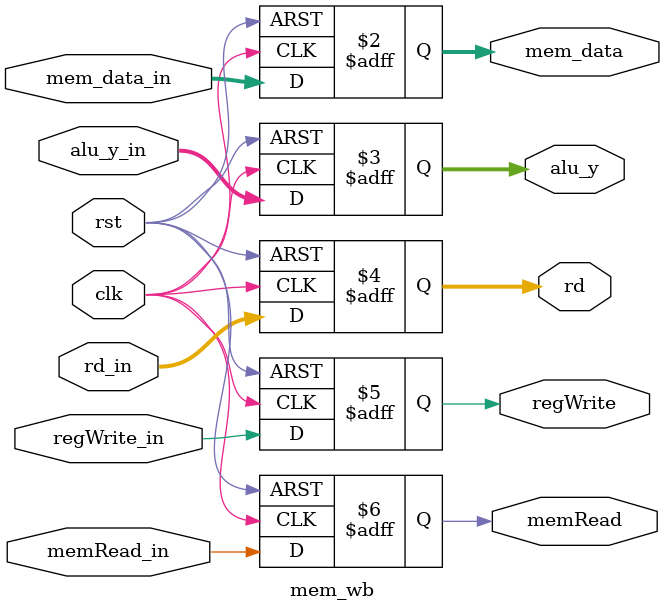
<source format=sv>
module mem_wb(
    input  logic        clk, rst,
    input  logic [31:0] mem_data_in, alu_y_in,
    input  logic [4:0]  rd_in,
    input  logic        regWrite_in,
    input  logic        memRead_in,
    output logic [31:0] mem_data, alu_y,
    output logic [4:0]  rd,
    output logic        regWrite,
    output logic        memRead
);
    always_ff @(posedge clk or posedge rst) begin
        if (rst) begin
            mem_data<=0; alu_y<=0; rd<=0; regWrite<=0; memRead<=0;
        end else begin
            mem_data<=mem_data_in; alu_y<=alu_y_in; rd<=rd_in; regWrite<=regWrite_in; memRead<=memRead_in;
        end
    end
endmodule


</source>
